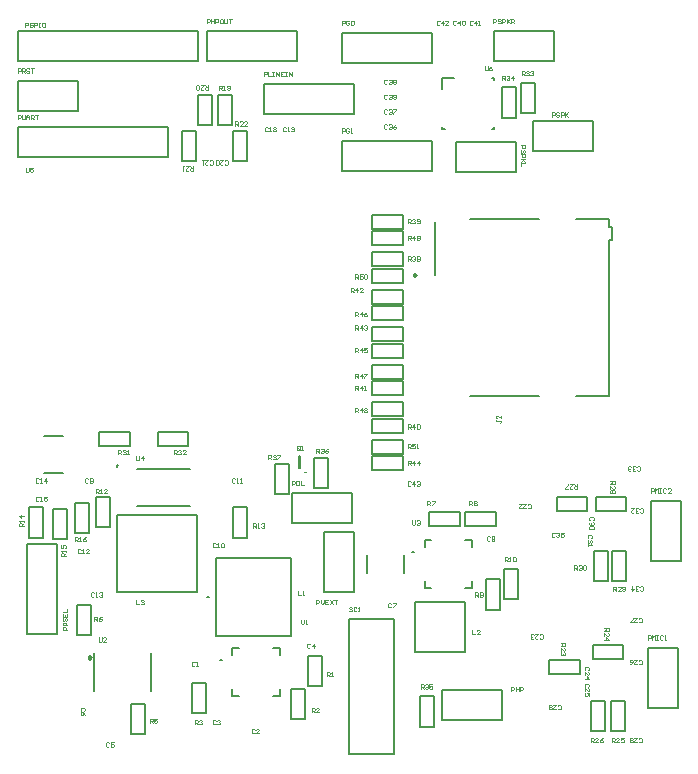
<source format=gto>
%FSTAX23Y23*%
%MOIN*%
%SFA1B1*%

%IPPOS*%
%ADD10C,0.009450*%
%ADD11C,0.004920*%
%ADD12C,0.009840*%
%ADD13C,0.007870*%
%ADD14C,0.005000*%
%ADD15C,0.003000*%
%LNsolears_v1-1*%
%LPD*%
G54D10*
X02342Y02657D02*
X02335Y02661D01*
Y02653*
X02342Y02657*
G54D11*
X01975Y02D02*
X0197D01*
X01975*
G54D12*
X01259Y01384D02*
X01252Y01388D01*
Y01379*
X01259Y01384*
G54D13*
X01652Y01585D02*
X01644D01*
X01652*
X02336Y01733D02*
X02328D01*
X02336*
X0135Y02022D02*
X01344Y02026D01*
Y02019*
X0135Y02022*
X01696Y01374D02*
X01688D01*
X01696*
X01103Y02121D02*
X01166D01*
X01103Y01998D02*
X01166D01*
X01615Y0337D02*
Y0347D01*
X01015Y0337D02*
Y0347D01*
X01615*
X01015Y0337D02*
X01615D01*
X02731Y0317D02*
X02931D01*
X02731Y0307D02*
Y0317D01*
Y0307D02*
X02931D01*
Y0317*
X02986Y02253D02*
Y02775D01*
X02877Y02253D02*
X02986D01*
X02522D02*
X02751D01*
X02405Y02657D02*
Y02834D01*
X02522Y02846D02*
X02751D01*
X02986Y02775D02*
X02996D01*
Y02818*
X02986D02*
X02996D01*
X02986D02*
Y02846D01*
X02877D02*
X02986D01*
X02135Y016D02*
Y018D01*
X02035D02*
X02135D01*
X02035Y016D02*
Y018D01*
Y016D02*
X02135D01*
X0243Y01275D02*
X0263D01*
X0243Y01175D02*
Y01275D01*
Y01175D02*
X0263D01*
Y01275*
X02476Y031D02*
X02676D01*
X02476Y03D02*
Y031D01*
Y03D02*
X02676D01*
Y031*
X0243Y03144D02*
X02438D01*
X0243D02*
Y03152D01*
X02594Y03144D02*
X02601D01*
Y03152*
Y03307D02*
Y03315D01*
X02594D02*
X02601D01*
X0243D02*
X02469D01*
X0243Y03277D02*
Y03315D01*
X01953Y02013D02*
X01956D01*
X01953Y02056D02*
X01956D01*
Y02013D02*
Y02056D01*
X01953Y02013D02*
Y02056D01*
X0127Y01272D02*
Y01397D01*
X01459Y01272D02*
Y01397D01*
X02301Y01663D02*
Y01726D01*
X02178Y01663D02*
Y01726D01*
X02338Y014D02*
X02507D01*
X02338D02*
Y01569D01*
X02507*
Y014D02*
Y01569D01*
X01346Y01601D02*
Y01859D01*
X01613*
Y01601D02*
Y01859D01*
X01346Y01601D02*
X01613D01*
X01045Y0146D02*
X01145D01*
X01045D02*
Y0176D01*
X01145*
Y0146D02*
Y0176D01*
X02096Y03465D02*
X02396D01*
X02096Y03365D02*
Y03465D01*
Y03365D02*
X02396D01*
Y03465*
X02801Y0337D02*
Y0347D01*
X02601Y0337D02*
X02801D01*
X02601D02*
Y0347D01*
X02801*
X01645Y0337D02*
X01945D01*
Y0347*
X01645D02*
X01945D01*
X01645Y0337D02*
Y0347D01*
X02096Y03105D02*
X02396D01*
X02096Y03005D02*
Y03105D01*
Y03005D02*
X02396D01*
Y03105*
X03115Y01215D02*
X03215D01*
X03115D02*
Y01415D01*
X03215*
Y01215D02*
Y01415D01*
X01835Y03295D02*
X02135D01*
X01835Y03195D02*
Y03295D01*
Y03195D02*
X02135D01*
Y03295*
X0193Y0183D02*
Y0193D01*
X0213*
Y0183D02*
Y0193D01*
X0193Y0183D02*
X0213D01*
X03125Y01705D02*
X03225D01*
X03125D02*
Y01905D01*
X03225*
Y01705D02*
Y01905D01*
X01515Y0305D02*
Y0315D01*
X01015Y0305D02*
X01515D01*
X01015Y0315D02*
X01515D01*
X01015Y0305D02*
Y0315D01*
Y03205D02*
Y03305D01*
X01215*
Y03205D02*
Y03305D01*
X01015Y03205D02*
X01215D01*
X0212Y0151D02*
X0227D01*
Y0106D02*
Y0151D01*
X0212Y0106D02*
X0227D01*
X0212D02*
Y0151D01*
G54D14*
X02623Y01542D02*
Y01643D01*
X02577Y01542D02*
Y01643D01*
Y01542D02*
X02623D01*
X02577Y01643D02*
X02623D01*
X01682Y03157D02*
Y03258D01*
X01728Y03157D02*
Y03258D01*
X01682D02*
X01728D01*
X01682Y03157D02*
X01728D01*
X03038Y01137D02*
Y01238D01*
X02992Y01137D02*
Y01238D01*
Y01137D02*
X03038D01*
X02992Y01238D02*
X03038D01*
X02973Y01137D02*
Y01238D01*
X02927Y01137D02*
Y01238D01*
Y01137D02*
X02973D01*
X02927Y01238D02*
X02973D01*
X03043Y01637D02*
Y01738D01*
X02997Y01637D02*
Y01738D01*
Y01637D02*
X03043D01*
X02997Y01738D02*
X03043D01*
X02983Y01637D02*
Y01738D01*
X02937Y01637D02*
Y01738D01*
Y01637D02*
X02983D01*
X02937Y01738D02*
X02983D01*
X02197Y02858D02*
X02298D01*
X02197Y02812D02*
X02298D01*
Y02858*
X02197Y02812D02*
Y02858D01*
Y02803D02*
X02298D01*
X02197Y02757D02*
X02298D01*
Y02803*
X02197Y02757D02*
Y02803D01*
Y02733D02*
X02298D01*
X02197Y02687D02*
X02298D01*
Y02733*
X02197Y02687D02*
Y02733D01*
Y02678D02*
X02298D01*
X02197Y02632D02*
X02298D01*
Y02678*
X02197Y02632D02*
Y02678D01*
Y02608D02*
X02298D01*
X02197Y02562D02*
X02298D01*
Y02608*
X02197Y02562D02*
Y02608D01*
Y02553D02*
X02298D01*
X02197Y02507D02*
X02298D01*
Y02553*
X02197Y02507D02*
Y02553D01*
Y02483D02*
X02298D01*
X02197Y02437D02*
X02298D01*
Y02483*
X02197Y02437D02*
Y02483D01*
Y02428D02*
X02298D01*
X02197Y02382D02*
X02298D01*
Y02428*
X02197Y02382D02*
Y02428D01*
Y02358D02*
X02298D01*
X02197Y02312D02*
X02298D01*
Y02358*
X02197Y02312D02*
Y02358D01*
Y02303D02*
X02298D01*
X02197Y02257D02*
X02298D01*
Y02303*
X02197Y02257D02*
Y02303D01*
Y02233D02*
X02298D01*
X02197Y02187D02*
X02298D01*
Y02233*
X02197Y02187D02*
Y02233D01*
Y02053D02*
X02298D01*
X02197Y02007D02*
X02298D01*
Y02053*
X02197Y02007D02*
Y02053D01*
Y02062D02*
X02298D01*
X02197Y02108D02*
X02298D01*
X02197Y02062D02*
Y02108D01*
X02298Y02062D02*
Y02108D01*
X02197Y02178D02*
X02298D01*
X02197Y02132D02*
X02298D01*
Y02178*
X02197Y02132D02*
Y02178D01*
X01287Y02087D02*
X01388D01*
X01287Y02133D02*
X01388D01*
X01287Y02087D02*
Y02133D01*
X01388Y02087D02*
Y02133D01*
X01482Y02087D02*
X01583D01*
X01482Y02133D02*
X01583D01*
X01482Y02087D02*
Y02133D01*
X01583Y02087D02*
Y02133D01*
X02812Y01918D02*
X02913D01*
X02812Y01872D02*
X02913D01*
Y01918*
X02812Y01872D02*
Y01918D01*
X02942D02*
X03043D01*
X02942Y01872D02*
X03043D01*
Y01918*
X02942Y01872D02*
Y01918D01*
X02932Y01423D02*
X03033D01*
X02932Y01377D02*
X03033D01*
Y01423*
X02932Y01377D02*
Y01423D01*
X02787Y01373D02*
X02888D01*
X02787Y01327D02*
X02888D01*
Y01373*
X02787Y01327D02*
Y01373D01*
X01778Y03037D02*
Y03138D01*
X01732Y03037D02*
Y03138D01*
Y03037D02*
X01778D01*
X01732Y03138D02*
X01778D01*
X01608Y03037D02*
Y03138D01*
X01562Y03037D02*
Y03138D01*
Y03037D02*
X01608D01*
X01562Y03138D02*
X01608D01*
X01663Y03157D02*
Y03258D01*
X01617Y03157D02*
Y03258D01*
Y03157D02*
X01663D01*
X01617Y03258D02*
X01663D01*
X01918Y01927D02*
Y02028D01*
X01872Y01927D02*
Y02028D01*
Y01927D02*
X01918D01*
X01872Y02028D02*
X01918D01*
X02048Y01947D02*
Y02048D01*
X02002Y01947D02*
Y02048D01*
Y01947D02*
X02048D01*
X02002Y02048D02*
X02048D01*
X01438Y01127D02*
Y01228D01*
X01392Y01127D02*
Y01228D01*
Y01127D02*
X01438D01*
X01392Y01228D02*
X01438D01*
X01925Y01455D02*
Y01714D01*
X01674Y01455D02*
X01925D01*
X01674Y01714D02*
X01925D01*
X01674Y01455D02*
Y01714D01*
X01258Y01457D02*
Y01558D01*
X01212Y01457D02*
Y01558D01*
Y01457D02*
X01258D01*
X01212Y01558D02*
X01258D01*
X02507Y01822D02*
X02608D01*
X02507Y01868D02*
X02608D01*
X02507Y01822D02*
Y01868D01*
X02608Y01822D02*
Y01868D01*
X02387Y01822D02*
X02488D01*
X02387Y01868D02*
X02488D01*
X02387Y01822D02*
Y01868D01*
X02488Y01822D02*
Y01868D01*
X02371Y01752D02*
Y01773D01*
Y01616D02*
Y01637D01*
X02528Y01752D02*
Y01773D01*
Y01616D02*
Y01637D01*
X02371Y01773D02*
X02392D01*
X02371Y01616D02*
X02392D01*
X02507Y01773D02*
X02528D01*
X02507Y01616D02*
X02528D01*
X01207Y01797D02*
Y01898D01*
X01253Y01797D02*
Y01898D01*
X01207D02*
X01253D01*
X01207Y01797D02*
X01253D01*
X01052Y01782D02*
Y01883D01*
X01098Y01782D02*
Y01883D01*
X01052D02*
X01098D01*
X01052Y01782D02*
X01098D01*
X01132Y01777D02*
Y01878D01*
X01178Y01777D02*
Y01878D01*
X01132D02*
X01178D01*
X01132Y01777D02*
X01178D01*
X01732Y01782D02*
Y01883D01*
X01778Y01782D02*
Y01883D01*
X01732D02*
X01778D01*
X01732Y01782D02*
X01778D01*
X01323Y01817D02*
Y01918D01*
X01277Y01817D02*
Y01918D01*
Y01817D02*
X01323D01*
X01277Y01918D02*
X01323D01*
X01411Y01888D02*
X01588D01*
X01411Y02011D02*
X01588D01*
X01729Y01392D02*
Y01415D01*
Y01254D02*
Y01277D01*
X0189Y01392D02*
Y01415D01*
Y01254D02*
Y01277D01*
X01729Y01415D02*
X01752D01*
X01729Y01254D02*
X01752D01*
X01867Y01415D02*
X0189D01*
X01867Y01254D02*
X0189D01*
X01597Y01197D02*
Y01298D01*
X01643Y01197D02*
Y01298D01*
X01597D02*
X01643D01*
X01597Y01197D02*
X01643D01*
X01982Y01287D02*
Y01388D01*
X02028Y01287D02*
Y01388D01*
X01982D02*
X02028D01*
X01982Y01287D02*
X02028D01*
X01973Y01177D02*
Y01278D01*
X01927Y01177D02*
Y01278D01*
Y01177D02*
X01973D01*
X01927Y01278D02*
X01973D01*
X02357Y01152D02*
Y01253D01*
X02403Y01152D02*
Y01253D01*
X02357D02*
X02403D01*
X02357Y01152D02*
X02403D01*
X02628Y03182D02*
Y03283D01*
X02674Y03182D02*
Y03283D01*
X02628D02*
X02674D01*
X02628Y03182D02*
X02674D01*
X02693Y03197D02*
Y03298D01*
X02739Y03197D02*
Y03298D01*
X02693D02*
X02739D01*
X02693Y03197D02*
X02739D01*
X02637Y01577D02*
Y01678D01*
X02683Y01577D02*
Y01678D01*
X02637D02*
X02683D01*
X02637Y01577D02*
X02683D01*
G54D15*
X01085Y01977D02*
X01082Y0198D01*
X01077*
X01075Y01977*
Y01967*
X01077Y01965*
X01082*
X01085Y01967*
X0109Y01965D02*
X01094D01*
X01092*
Y0198*
X0109Y01977*
X01109Y01965D02*
Y0198D01*
X01102Y01972*
X01112*
X0254Y01585D02*
Y016D01*
X02547*
X0255Y01597*
Y01592*
X02547Y0159*
X0254*
X02545D02*
X0255Y01585D01*
X02555Y01587D02*
X02557Y01585D01*
X02562*
X02564Y01587*
Y01597*
X02562Y016*
X02557*
X02555Y01597*
Y01595*
X02557Y01592*
X02564*
X01685Y03275D02*
Y03289D01*
X01692*
X01695Y03287*
Y03282*
X01692Y0328*
X01685*
X0169D02*
X01695Y03275D01*
X017D02*
X01704D01*
X01702*
Y03289*
X017Y03287*
X01712Y03277D02*
X01714Y03275D01*
X01719*
X01722Y03277*
Y03287*
X01719Y03289*
X01714*
X01712Y03287*
Y03285*
X01714Y03282*
X01722*
X02995Y011D02*
Y01115D01*
X03002*
X03005Y01112*
Y01107*
X03002Y01105*
X02995*
X03D02*
X03005Y011D01*
X03019D02*
X03009D01*
X03019Y0111*
Y01112*
X03017Y01115*
X03012*
X03009Y01112*
X03034Y01115D02*
X03024D01*
Y01107*
X03029Y0111*
X03032*
X03034Y01107*
Y01102*
X03032Y011*
X03027*
X03024Y01102*
X02925Y011D02*
Y01115D01*
X02932*
X02935Y01112*
Y01107*
X02932Y01105*
X02925*
X0293D02*
X02935Y011D01*
X02949D02*
X0294D01*
X02949Y0111*
Y01112*
X02947Y01115*
X02942*
X0294Y01112*
X02964Y01115D02*
X02959Y01112D01*
X02954Y01107*
Y01102*
X02957Y011*
X02962*
X02964Y01102*
Y01105*
X02962Y01107*
X02954*
X03Y01605D02*
Y01619D01*
X03007*
X0301Y01617*
Y01612*
X03007Y0161*
X03*
X03005D02*
X0301Y01605D01*
X03024D02*
X03015D01*
X03024Y01615*
Y01617*
X03022Y01619*
X03017*
X03015Y01617*
X03029Y01607D02*
X03032Y01605D01*
X03037*
X03039Y01607*
Y01617*
X03037Y01619*
X03032*
X03029Y01617*
Y01615*
X03032Y01612*
X03039*
X0287Y01675D02*
Y0169D01*
X02877*
X0288Y01687*
Y01682*
X02877Y0168*
X0287*
X02875D02*
X0288Y01675D01*
X02884Y01687D02*
X02887Y0169D01*
X02892*
X02894Y01687*
Y01685*
X02892Y01682*
X02889*
X02892*
X02894Y0168*
Y01677*
X02892Y01675*
X02887*
X02884Y01677*
X02899Y01687D02*
X02902Y0169D01*
X02907*
X02909Y01687*
Y01677*
X02907Y01675*
X02902*
X02899Y01677*
Y01687*
X02805Y01797D02*
X02802Y01799D01*
X02797*
X02795Y01797*
Y01787*
X02797Y01785*
X02802*
X02805Y01787*
X02809Y01797D02*
X02812Y01799D01*
X02817*
X02819Y01797*
Y01795*
X02817Y01792*
X02814*
X02817*
X02819Y0179*
Y01787*
X02817Y01785*
X02812*
X02809Y01787*
X02834Y01799D02*
X02824D01*
Y01792*
X02829Y01795*
X02832*
X02834Y01792*
Y01787*
X02832Y01785*
X02827*
X02824Y01787*
X02315Y0283D02*
Y02845D01*
X02322*
X02325Y02842*
Y02837*
X02322Y02835*
X02315*
X0232D02*
X02325Y0283D01*
X02329Y02842D02*
X02332Y02845D01*
X02337*
X02339Y02842*
Y0284*
X02337Y02837*
X02334*
X02337*
X02339Y02835*
Y02832*
X02337Y0283*
X02332*
X02329Y02832*
X02344D02*
X02347Y0283D01*
X02352*
X02354Y02832*
Y02842*
X02352Y02845*
X02347*
X02344Y02842*
Y0284*
X02347Y02837*
X02354*
X02315Y02775D02*
Y02789D01*
X02322*
X02325Y02787*
Y02782*
X02322Y0278*
X02315*
X0232D02*
X02325Y02775D01*
X02337D02*
Y02789D01*
X02329Y02782*
X02339*
X02344Y02777D02*
X02347Y02775D01*
X02352*
X02354Y02777*
Y02787*
X02352Y02789*
X02347*
X02344Y02787*
Y02785*
X02347Y02782*
X02354*
X02315Y02705D02*
Y0272D01*
X02322*
X02325Y02717*
Y02712*
X02322Y0271*
X02315*
X0232D02*
X02325Y02705D01*
X02329Y02717D02*
X02332Y0272D01*
X02337*
X02339Y02717*
Y02715*
X02337Y02712*
X02334*
X02337*
X02339Y0271*
Y02707*
X02337Y02705*
X02332*
X02329Y02707*
X02344Y02717D02*
X02347Y0272D01*
X02352*
X02354Y02717*
Y02715*
X02352Y02712*
X02354Y0271*
Y02707*
X02352Y02705*
X02347*
X02344Y02707*
Y0271*
X02347Y02712*
X02344Y02715*
Y02717*
X02347Y02712D02*
X02352D01*
X0214Y02645D02*
Y0266D01*
X02147*
X0215Y02657*
Y02652*
X02147Y0265*
X0214*
X02145D02*
X0215Y02645D01*
X02164Y0266D02*
X02154D01*
Y02652*
X02159Y02655*
X02162*
X02164Y02652*
Y02647*
X02162Y02645*
X02157*
X02154Y02647*
X02169Y02657D02*
X02172Y0266D01*
X02177*
X02179Y02657*
Y02647*
X02177Y02645*
X02172*
X02169Y02647*
Y02657*
X02125Y026D02*
Y02615D01*
X02132*
X02135Y02612*
Y02607*
X02132Y02605*
X02125*
X0213D02*
X02135Y026D01*
X02147D02*
Y02615D01*
X0214Y02607*
X02149*
X02164Y026D02*
X02154D01*
X02164Y0261*
Y02612*
X02162Y02615*
X02157*
X02154Y02612*
X0214Y0252D02*
Y02535D01*
X02147*
X0215Y02532*
Y02527*
X02147Y02525*
X0214*
X02145D02*
X0215Y0252D01*
X02162D02*
Y02535D01*
X02154Y02527*
X02164*
X02179Y02535D02*
X02174Y02532D01*
X02169Y02527*
Y02522*
X02172Y0252*
X02177*
X02179Y02522*
Y02525*
X02177Y02527*
X02169*
X0214Y02475D02*
Y0249D01*
X02147*
X0215Y02487*
Y02482*
X02147Y0248*
X0214*
X02145D02*
X0215Y02475D01*
X02162D02*
Y0249D01*
X02154Y02482*
X02164*
X02169Y02487D02*
X02172Y0249D01*
X02177*
X02179Y02487*
Y02485*
X02177Y02482*
X02174*
X02177*
X02179Y0248*
Y02477*
X02177Y02475*
X02172*
X02169Y02477*
X0214Y024D02*
Y02414D01*
X02147*
X0215Y02412*
Y02407*
X02147Y02405*
X0214*
X02145D02*
X0215Y024D01*
X02162D02*
Y02414D01*
X02154Y02407*
X02164*
X02179Y02414D02*
X02169D01*
Y02407*
X02174Y0241*
X02177*
X02179Y02407*
Y02402*
X02177Y024*
X02172*
X02169Y02402*
X0214Y02315D02*
Y02329D01*
X02147*
X0215Y02327*
Y02322*
X02147Y0232*
X0214*
X02145D02*
X0215Y02315D01*
X02162D02*
Y02329D01*
X02154Y02322*
X02164*
X02169Y02329D02*
X02179D01*
Y02327*
X02169Y02317*
Y02315*
X0214Y02275D02*
Y02289D01*
X02147*
X0215Y02287*
Y02282*
X02147Y0228*
X0214*
X02145D02*
X0215Y02275D01*
X02162D02*
Y02289D01*
X02154Y02282*
X02164*
X02169Y02275D02*
X02174D01*
X02172*
Y02289*
X02169Y02287*
X0214Y022D02*
Y02214D01*
X02147*
X0215Y02212*
Y02207*
X02147Y02205*
X0214*
X02145D02*
X0215Y022D01*
X02162D02*
Y02214D01*
X02154Y02207*
X02164*
X02169Y02212D02*
X02172Y02214D01*
X02177*
X02179Y02212*
Y0221*
X02177Y02207*
X02179Y02205*
Y02202*
X02177Y022*
X02172*
X02169Y02202*
Y02205*
X02172Y02207*
X02169Y0221*
Y02212*
X02172Y02207D02*
X02177D01*
X02325Y01967D02*
X02322Y0197D01*
X02317*
X02315Y01967*
Y01957*
X02317Y01955*
X02322*
X02325Y01957*
X02337Y01955D02*
Y0197D01*
X02329Y01962*
X02339*
X02344Y01967D02*
X02347Y0197D01*
X02352*
X02354Y01967*
Y01965*
X02352Y01962*
X02349*
X02352*
X02354Y0196*
Y01957*
X02352Y01955*
X02347*
X02344Y01957*
X02315Y02025D02*
Y02039D01*
X02322*
X02325Y02037*
Y02032*
X02322Y0203*
X02315*
X0232D02*
X02325Y02025D01*
X02337D02*
Y02039D01*
X02329Y02032*
X02339*
X02352Y02025D02*
Y02039D01*
X02344Y02032*
X02354*
X02315Y0208D02*
Y02095D01*
X02322*
X02325Y02092*
Y02087*
X02322Y02085*
X02315*
X0232D02*
X02325Y0208D01*
X02339Y02095D02*
X02329D01*
Y02087*
X02334Y0209*
X02337*
X02339Y02087*
Y02082*
X02337Y0208*
X02332*
X02329Y02082*
X02344Y0208D02*
X02349D01*
X02347*
Y02095*
X02344Y02092*
X02315Y02145D02*
Y0216D01*
X02322*
X02325Y02157*
Y02152*
X02322Y0215*
X02315*
X0232D02*
X02325Y02145D01*
X02337D02*
Y0216D01*
X02329Y02152*
X02339*
X02344Y02157D02*
X02347Y0216D01*
X02352*
X02354Y02157*
Y02147*
X02352Y02145*
X02347*
X02344Y02147*
Y02157*
X0104Y03485D02*
Y03499D01*
X01047*
X0105Y03497*
Y03492*
X01047Y0349*
X0104*
X01064Y03497D02*
X01062Y03499D01*
X01057*
X01054Y03497*
Y03487*
X01057Y03485*
X01062*
X01064Y03487*
Y03492*
X01059*
X01069Y03485D02*
Y03499D01*
X01077*
X01079Y03497*
Y03492*
X01077Y0349*
X01069*
X01084Y03499D02*
X01089D01*
X01087*
Y03485*
X01084*
X01089*
X01104Y03499D02*
X01099D01*
X01097Y03497*
Y03487*
X01099Y03485*
X01104*
X01107Y03487*
Y03497*
X01104Y03499*
X02795Y03185D02*
Y032D01*
X02802*
X02805Y03197*
Y03192*
X02802Y0319*
X02795*
X02819Y03197D02*
X02817Y032D01*
X02812*
X02809Y03197*
Y03195*
X02812Y03192*
X02817*
X02819Y0319*
Y03187*
X02817Y03185*
X02812*
X02809Y03187*
X02824Y03185D02*
Y032D01*
X02832*
X02834Y03197*
Y03192*
X02832Y0319*
X02824*
X02839Y032D02*
Y03185D01*
Y0319*
X02849Y032*
X02842Y03192*
X02849Y03185*
X0135Y0206D02*
Y02075D01*
X01357*
X0136Y02072*
Y02067*
X01357Y02065*
X0135*
X01355D02*
X0136Y0206D01*
X01365Y02072D02*
X01367Y02075D01*
X01372*
X01374Y02072*
Y0207*
X01372Y02067*
X01369*
X01372*
X01374Y02065*
Y02062*
X01372Y0206*
X01367*
X01365Y02062*
X01379Y0206D02*
X01384D01*
X01382*
Y02075*
X01379Y02072*
X01535Y0206D02*
Y02075D01*
X01542*
X01545Y02072*
Y02067*
X01542Y02065*
X01535*
X0154D02*
X01545Y0206D01*
X01549Y02072D02*
X01552Y02075D01*
X01557*
X01559Y02072*
Y0207*
X01557Y02067*
X01554*
X01557*
X01559Y02065*
Y02062*
X01557Y0206*
X01552*
X01549Y02062*
X01574Y0206D02*
X01564D01*
X01574Y0207*
Y02072*
X01572Y02075*
X01567*
X01564Y02072*
X0288Y0196D02*
Y01945D01*
X02872*
X0287Y01947*
Y01952*
X02872Y01955*
X0288*
X02875D02*
X0287Y0196D01*
X02855D02*
X02865D01*
X02855Y0195*
Y01947*
X02857Y01945*
X02862*
X02865Y01947*
X0285Y01945D02*
X0284D01*
Y01947*
X0285Y01957*
Y0196*
X0309Y01607D02*
X03092Y01605D01*
X03097*
X031Y01607*
Y01617*
X03097Y0162*
X03092*
X0309Y01617*
X03085Y01607D02*
X03082Y01605D01*
X03077*
X03075Y01607*
Y0161*
X03077Y01612*
X0308*
X03077*
X03075Y01615*
Y01617*
X03077Y0162*
X03082*
X03085Y01617*
X03062Y0162D02*
Y01605D01*
X0307Y01612*
X0306*
X0309Y01867D02*
X03092Y01865D01*
X03097*
X031Y01867*
Y01877*
X03097Y0188*
X03092*
X0309Y01877*
X03085Y01867D02*
X03082Y01865D01*
X03077*
X03075Y01867*
Y0187*
X03077Y01872*
X0308*
X03077*
X03075Y01875*
Y01877*
X03077Y0188*
X03082*
X03085Y01877*
X0306Y0188D02*
X0307D01*
X0306Y0187*
Y01867*
X03062Y01865*
X03067*
X0307Y01867*
X0308Y02007D02*
X03082Y02005D01*
X03087*
X0309Y02007*
Y02017*
X03087Y0202*
X03082*
X0308Y02017*
X03075Y02007D02*
X03072Y02005D01*
X03067*
X03065Y02007*
Y0201*
X03067Y02012*
X0307*
X03067*
X03065Y02015*
Y02017*
X03067Y0202*
X03072*
X03075Y02017*
X0306Y02007D02*
X03057Y02005D01*
X03052*
X0305Y02007*
Y0201*
X03052Y02012*
X03055*
X03052*
X0305Y02015*
Y02017*
X03052Y0202*
X03057*
X0306Y02017*
X02715Y01882D02*
X02717Y0188D01*
X02722*
X02725Y01882*
Y01892*
X02722Y01895*
X02717*
X02715Y01892*
X027Y01895D02*
X0271D01*
X027Y01885*
Y01882*
X02702Y0188*
X02707*
X0271Y01882*
X02685Y01895D02*
X02695D01*
X02685Y01885*
Y01882*
X02687Y0188*
X02692*
X02695Y01882*
X0299Y0197D02*
X03005D01*
Y01962*
X03002Y0196*
X02997*
X02995Y01962*
Y0197*
Y01965D02*
X0299Y0196D01*
Y01945D02*
Y01955D01*
X03Y01945*
X03002*
X03005Y01947*
Y01952*
X03002Y01955*
Y0194D02*
X03005Y01937D01*
Y01932*
X03002Y0193*
X03*
X02997Y01932*
X02995Y0193*
X02992*
X0299Y01932*
Y01937*
X02992Y0194*
X02995*
X02997Y01937*
X03Y0194*
X03002*
X02997Y01937D02*
Y01932D01*
X02927Y0178D02*
X0293Y01782D01*
Y01787*
X02927Y0179*
X02917*
X02915Y01787*
Y01782*
X02917Y0178*
X02927Y01775D02*
X0293Y01772D01*
Y01767*
X02927Y01765*
X02925*
X02922Y01767*
Y0177*
Y01767*
X0292Y01765*
X02917*
X02915Y01767*
Y01772*
X02917Y01775*
X02915Y0176D02*
Y01755D01*
Y01757*
X0293*
X02927Y0176*
X02932Y0184D02*
X02934Y01842D01*
Y01847*
X02932Y0185*
X02922*
X0292Y01847*
Y01842*
X02922Y0184*
X02932Y01835D02*
X02934Y01832D01*
Y01827*
X02932Y01825*
X0293*
X02927Y01827*
Y0183*
Y01827*
X02925Y01825*
X02922*
X0292Y01827*
Y01832*
X02922Y01835*
X02932Y0182D02*
X02934Y01817D01*
Y01812*
X02932Y0181*
X02922*
X0292Y01812*
Y01817*
X02922Y0182*
X02932*
X02815Y01212D02*
X02817Y0121D01*
X02822*
X02825Y01212*
Y01222*
X02822Y01225*
X02817*
X02815Y01222*
X028Y01225D02*
X0281D01*
X028Y01215*
Y01212*
X02802Y0121*
X02807*
X0281Y01212*
X02795Y01222D02*
X02792Y01225D01*
X02787*
X02785Y01222*
Y01212*
X02787Y0121*
X02792*
X02795Y01212*
Y01215*
X02792Y01217*
X02785*
X03085Y01502D02*
X03087Y015D01*
X03092*
X03095Y01502*
Y01512*
X03092Y01515*
X03087*
X03085Y01512*
X0307Y01515D02*
X0308D01*
X0307Y01505*
Y01502*
X03072Y015*
X03077*
X0308Y01502*
X03065Y015D02*
X03055D01*
Y01502*
X03065Y01512*
Y01515*
X02755Y01447D02*
X02757Y01445D01*
X02762*
X02765Y01447*
Y01457*
X02762Y0146*
X02757*
X02755Y01457*
X0274Y0146D02*
X0275D01*
X0274Y0145*
Y01447*
X02742Y01445*
X02747*
X0275Y01447*
X02735D02*
X02732Y01445D01*
X02727*
X02725Y01447*
Y0145*
X02727Y01452*
X0273*
X02727*
X02725Y01455*
Y01457*
X02727Y0146*
X02732*
X02735Y01457*
X02917Y01285D02*
X0292Y01287D01*
Y01292*
X02917Y01295*
X02907*
X02905Y01292*
Y01287*
X02907Y01285*
X02905Y0127D02*
Y0128D01*
X02915Y0127*
X02917*
X0292Y01272*
Y01277*
X02917Y0128*
X0292Y01255D02*
Y01265D01*
X02912*
X02915Y0126*
Y01257*
X02912Y01255*
X02907*
X02905Y01257*
Y01262*
X02907Y01265*
X02917Y0134D02*
X0292Y01342D01*
Y01347*
X02917Y0135*
X02907*
X02905Y01347*
Y01342*
X02907Y0134*
X02905Y01325D02*
Y01335D01*
X02915Y01325*
X02917*
X0292Y01327*
Y01332*
X02917Y01335*
X02905Y01312D02*
X0292D01*
X02912Y0132*
Y0131*
X0297Y0148D02*
X02984D01*
Y01472*
X02982Y0147*
X02977*
X02975Y01472*
Y0148*
Y01475D02*
X0297Y0147D01*
Y01455D02*
Y01465D01*
X0298Y01455*
X02982*
X02984Y01457*
Y01462*
X02982Y01465*
X0297Y01442D02*
X02984D01*
X02977Y0145*
Y0144*
X02825Y0143D02*
X02839D01*
Y01422*
X02837Y0142*
X02832*
X0283Y01422*
Y0143*
Y01425D02*
X02825Y0142D01*
Y01405D02*
Y01415D01*
X02835Y01405*
X02837*
X02839Y01407*
Y01412*
X02837Y01415*
Y014D02*
X02839Y01397D01*
Y01392*
X02837Y0139*
X02835*
X02832Y01392*
Y01395*
Y01392*
X0283Y0139*
X02827*
X02825Y01392*
Y01397*
X02827Y014*
X03085Y01362D02*
X03087Y0136D01*
X03092*
X03095Y01362*
Y01372*
X03092Y01375*
X03087*
X03085Y01372*
X0307Y01375D02*
X0308D01*
X0307Y01365*
Y01362*
X03072Y0136*
X03077*
X0308Y01362*
X03055Y0136D02*
X0306Y01362D01*
X03065Y01367*
Y01372*
X03062Y01375*
X03057*
X03055Y01372*
Y0137*
X03057Y01367*
X03065*
X03085Y01102D02*
X03087Y011D01*
X03092*
X03095Y01102*
Y01112*
X03092Y01115*
X03087*
X03085Y01112*
X0307Y01115D02*
X0308D01*
X0307Y01105*
Y01102*
X03072Y011*
X03077*
X0308Y01102*
X03065D02*
X03062Y011D01*
X03057*
X03055Y01102*
Y01105*
X03057Y01107*
X03055Y0111*
Y01112*
X03057Y01115*
X03062*
X03065Y01112*
Y0111*
X03062Y01107*
X03065Y01105*
Y01102*
X03062Y01107D02*
X03057D01*
X01085Y01917D02*
X01082Y01919D01*
X01077*
X01075Y01917*
Y01907*
X01077Y01905*
X01082*
X01085Y01907*
X0109Y01905D02*
X01094D01*
X01092*
Y01919*
X0109Y01917*
X01112Y01919D02*
X01102D01*
Y01912*
X01107Y01915*
X01109*
X01112Y01912*
Y01907*
X01109Y01905*
X01104*
X01102Y01907*
X0174Y03155D02*
Y0317D01*
X01747*
X0175Y03167*
Y03162*
X01747Y0316*
X0174*
X01745D02*
X0175Y03155D01*
X01764D02*
X01754D01*
X01764Y03165*
Y03167*
X01762Y0317*
X01757*
X01754Y03167*
X01779Y03155D02*
X01769D01*
X01779Y03165*
Y03167*
X01777Y0317*
X01772*
X01769Y03167*
X016Y0302D02*
Y03005D01*
X01592*
X0159Y03007*
Y03012*
X01592Y03015*
X016*
X01595D02*
X0159Y0302D01*
X01575D02*
X01585D01*
X01575Y0301*
Y03007*
X01577Y03005*
X01582*
X01585Y03007*
X0157Y0302D02*
X01565D01*
X01567*
Y03005*
X0157Y03007*
X0165Y0329D02*
Y03275D01*
X01642*
X0164Y03277*
Y03282*
X01642Y03285*
X0165*
X01645D02*
X0164Y0329D01*
X01625D02*
X01635D01*
X01625Y0328*
Y03277*
X01627Y03275*
X01632*
X01635Y03277*
X0162D02*
X01617Y03275D01*
X01612*
X0161Y03277*
Y03287*
X01612Y0329*
X01617*
X0162Y03287*
Y03277*
X01705Y03027D02*
X01707Y03025D01*
X01712*
X01715Y03027*
Y03037*
X01712Y0304*
X01707*
X01705Y03037*
X0169Y0304D02*
X017D01*
X0169Y0303*
Y03027*
X01692Y03025*
X01697*
X017Y03027*
X01685D02*
X01682Y03025D01*
X01677*
X01675Y03027*
Y03037*
X01677Y0304*
X01682*
X01685Y03037*
Y03027*
X01655D02*
X01657Y03025D01*
X01662*
X01665Y03027*
Y03037*
X01662Y0304*
X01657*
X01655Y03037*
X0164Y0304D02*
X0165D01*
X0164Y0303*
Y03027*
X01642Y03025*
X01647*
X0165Y03027*
X01635Y0304D02*
X0163D01*
X01632*
Y03025*
X01635Y03027*
X0261Y02175D02*
Y0217D01*
Y02172*
X02622*
X02625Y0217*
Y02167*
X02622Y02165*
X02625Y02189D02*
Y0218D01*
X02615Y02189*
X02612*
X0261Y02187*
Y02182*
X02612Y0218*
X0201Y0156D02*
Y01575D01*
X02017*
X0202Y01572*
Y01567*
X02017Y01565*
X0201*
X02025Y01575D02*
Y01565D01*
X02029Y0156*
X02034Y01565*
Y01575*
X02049D02*
X02039D01*
Y0156*
X02049*
X02039Y01567D02*
X02044D01*
X02054Y01575D02*
X02064Y0156D01*
Y01575D02*
X02054Y0156D01*
X02069Y01575D02*
X02079D01*
X02074*
Y0156*
X0185Y02045D02*
X0185Y02059D01*
X01858Y02059*
X0186Y02056*
X0186Y02051*
X01857Y02049*
X0185Y02049*
X01855Y02049D02*
X01859Y02044D01*
X01865Y02056D02*
X01868Y02059D01*
X01873Y02058*
X01875Y02056*
X01875Y02053*
X01872Y02051*
X0187Y02051*
X01872Y02051*
X01875Y02048*
X01875Y02046*
X01872Y02043*
X01867Y02044*
X01865Y02046*
X0188Y02058D02*
X0189Y02057D01*
X0189Y02055*
X0188Y02045*
X01879Y02043*
X0201Y02065D02*
Y02079D01*
X02017*
X0202Y02077*
Y02072*
X02017Y0207*
X0201*
X02015D02*
X0202Y02065D01*
X02025Y02077D02*
X02027Y02079D01*
X02032*
X02034Y02077*
Y02075*
X02032Y02072*
X02029*
X02032*
X02034Y0207*
Y02067*
X02032Y02065*
X02027*
X02025Y02067*
X02049Y02079D02*
X02044Y02077D01*
X02039Y02072*
Y02067*
X02042Y02065*
X02047*
X02049Y02067*
Y0207*
X02047Y02072*
X02039*
X0266Y0127D02*
Y01284D01*
X02667*
X0267Y01282*
Y01277*
X02667Y01275*
X0266*
X02674Y01284D02*
Y0127D01*
Y01277*
X02684*
Y01284*
Y0127*
X02689D02*
Y01284D01*
X02697*
X02699Y01282*
Y01277*
X02697Y01275*
X02689*
X02691Y0309D02*
X02706D01*
Y03082*
X02703Y0308*
X02698*
X02696Y03082*
Y0309*
X02703Y03065D02*
X02706Y03067D01*
Y03072*
X02703Y03075*
X02701*
X02698Y03072*
Y03067*
X02696Y03065*
X02693*
X02691Y03067*
Y03072*
X02693Y03075*
X02691Y0306D02*
X02706D01*
Y03052*
X02703Y0305*
X02698*
X02696Y03052*
Y0306*
X02706Y03045D02*
X02691D01*
X02696*
X02706Y03035*
X02698Y03042*
X02691Y03035*
X02706Y0303D02*
X02691D01*
Y0302*
X02571Y03355D02*
Y03342D01*
X02573Y0334*
X02578*
X02581Y03342*
Y03355*
X02596D02*
X02591Y03352D01*
X02586Y03347*
Y03342*
X02588Y0334*
X02593*
X02596Y03342*
Y03345*
X02593Y03347*
X02586*
X02246Y03257D02*
X02243Y03259D01*
X02238*
X02236Y03257*
Y03247*
X02238Y03245*
X02243*
X02246Y03247*
X02251Y03257D02*
X02253Y03259D01*
X02258*
X02261Y03257*
Y03255*
X02258Y03252*
X02256*
X02258*
X02261Y0325*
Y03247*
X02258Y03245*
X02253*
X02251Y03247*
X02266D02*
X02268Y03245D01*
X02273*
X02276Y03247*
Y03257*
X02273Y03259*
X02268*
X02266Y03257*
Y03255*
X02268Y03252*
X02276*
X02246Y03307D02*
X02243Y03309D01*
X02238*
X02236Y03307*
Y03297*
X02238Y03295*
X02243*
X02246Y03297*
X02251Y03307D02*
X02253Y03309D01*
X02258*
X02261Y03307*
Y03305*
X02258Y03302*
X02256*
X02258*
X02261Y033*
Y03297*
X02258Y03295*
X02253*
X02251Y03297*
X02266Y03307D02*
X02268Y03309D01*
X02273*
X02276Y03307*
Y03305*
X02273Y03302*
X02276Y033*
Y03297*
X02273Y03295*
X02268*
X02266Y03297*
Y033*
X02268Y03302*
X02266Y03305*
Y03307*
X02268Y03302D02*
X02273D01*
X02246Y03207D02*
X02243Y0321D01*
X02238*
X02236Y03207*
Y03197*
X02238Y03195*
X02243*
X02246Y03197*
X02251Y03207D02*
X02253Y0321D01*
X02258*
X02261Y03207*
Y03205*
X02258Y03202*
X02256*
X02258*
X02261Y032*
Y03197*
X02258Y03195*
X02253*
X02251Y03197*
X02266Y0321D02*
X02276D01*
Y03207*
X02266Y03197*
Y03195*
X02246Y03157D02*
X02243Y0316D01*
X02238*
X02236Y03157*
Y03147*
X02238Y03145*
X02243*
X02246Y03147*
X02251Y03157D02*
X02253Y0316D01*
X02258*
X02261Y03157*
Y03155*
X02258Y03152*
X02256*
X02258*
X02261Y0315*
Y03147*
X02258Y03145*
X02253*
X02251Y03147*
X02276Y0316D02*
X02271Y03157D01*
X02266Y03152*
Y03147*
X02268Y03145*
X02273*
X02276Y03147*
Y0315*
X02273Y03152*
X02266*
X01955Y02077D02*
Y02087D01*
X01952Y02089*
X01947*
X01945Y02087*
Y02077*
X01947Y02075*
X01952*
X0195Y0208D02*
X01955Y02075D01*
X01952D02*
X01955Y02077D01*
X0196Y02075D02*
X01964D01*
X01962*
Y02089*
X0196Y02087*
X01285Y0145D02*
Y01437D01*
X01287Y01435*
X01292*
X01295Y01437*
Y0145*
X01309Y01435D02*
X01299D01*
X01309Y01445*
Y01447*
X01307Y0145*
X01302*
X01299Y01447*
X01455Y01165D02*
Y01179D01*
X01462*
X01465Y01177*
Y01172*
X01462Y0117*
X01455*
X0146D02*
X01465Y01165D01*
X01479Y01179D02*
X0147D01*
Y01172*
X01474Y01175*
X01477*
X01479Y01172*
Y01167*
X01477Y01165*
X01472*
X0147Y01167*
X0195Y01605D02*
Y0159D01*
X0196*
X01965D02*
X01969D01*
X01967*
Y01605*
X01965Y01602*
X0127Y01505D02*
Y01519D01*
X01277*
X0128Y01517*
Y01512*
X01277Y0151*
X0127*
X01275D02*
X0128Y01505D01*
X01294Y01519D02*
X01289Y01517D01*
X01284Y01512*
Y01507*
X01287Y01505*
X01292*
X01294Y01507*
Y0151*
X01292Y01512*
X01284*
X01237Y01205D02*
X0124Y01207D01*
Y01212*
X01237Y01215*
X01227*
X01225Y01212*
Y01207*
X01227Y01205*
X0124Y0119D02*
X01237Y01195D01*
X01232Y012*
X01227*
X01225Y01197*
Y01192*
X01227Y0119*
X0123*
X01232Y01192*
Y012*
X0132Y01097D02*
X01317Y011D01*
X01312*
X0131Y01097*
Y01087*
X01312Y01085*
X01317*
X0132Y01087*
X01334Y011D02*
X01325D01*
Y01092*
X01329Y01095*
X01332*
X01334Y01092*
Y01087*
X01332Y01085*
X01327*
X01325Y01087*
X0226Y01562D02*
X02257Y01565D01*
X02252*
X0225Y01562*
Y01552*
X02252Y0155*
X02257*
X0226Y01552*
X02265Y01565D02*
X02274D01*
Y01562*
X02265Y01552*
Y0155*
X0252Y0189D02*
Y01904D01*
X02527*
X0253Y01902*
Y01897*
X02527Y01895*
X0252*
X02525D02*
X0253Y0189D01*
X02535Y01902D02*
X02537Y01904D01*
X02542*
X02544Y01902*
Y019*
X02542Y01897*
X02544Y01895*
Y01892*
X02542Y0189*
X02537*
X02535Y01892*
Y01895*
X02537Y01897*
X02535Y019*
Y01902*
X02537Y01897D02*
X02542D01*
X0238Y0189D02*
Y01904D01*
X02387*
X0239Y01902*
Y01897*
X02387Y01895*
X0238*
X02385D02*
X0239Y0189D01*
X02394Y01904D02*
X02404D01*
Y01902*
X02394Y01892*
Y0189*
X0233Y0184D02*
Y01827D01*
X02332Y01825*
X02337*
X0234Y01827*
Y0184*
X02345Y01837D02*
X02347Y0184D01*
X02352*
X02354Y01837*
Y01835*
X02352Y01832*
X02349*
X02352*
X02354Y0183*
Y01827*
X02352Y01825*
X02347*
X02345Y01827*
X0253Y01475D02*
Y0146D01*
X0254*
X02554D02*
X02545D01*
X02554Y0147*
Y01472*
X02552Y01475*
X02547*
X02545Y01472*
X01205Y0177D02*
Y01784D01*
X01212*
X01215Y01782*
Y01777*
X01212Y01775*
X01205*
X0121D02*
X01215Y0177D01*
X0122D02*
X01224D01*
X01222*
Y01784*
X0122Y01782*
X01242Y01784D02*
X01237Y01782D01*
X01232Y01777*
Y01772*
X01234Y0177*
X01239*
X01242Y01772*
Y01775*
X01239Y01777*
X01232*
X01035Y0182D02*
X0102D01*
Y01827*
X01022Y0183*
X01027*
X0103Y01827*
Y0182*
Y01825D02*
X01035Y0183D01*
Y01835D02*
Y01839D01*
Y01837*
X0102*
X01022Y01835*
X01035Y01854D02*
X0102D01*
X01027Y01847*
Y01857*
X01175Y0172D02*
X0116D01*
Y01727*
X01162Y0173*
X01167*
X0117Y01727*
Y0172*
Y01725D02*
X01175Y0173D01*
Y01735D02*
Y01739D01*
Y01737*
X0116*
X01162Y01735*
X0116Y01757D02*
Y01747D01*
X01167*
X01165Y01752*
Y01754*
X01167Y01757*
X01172*
X01175Y01754*
Y01749*
X01172Y01747*
X018Y01815D02*
Y0183D01*
X01807*
X0181Y01827*
Y01822*
X01807Y0182*
X018*
X01805D02*
X0181Y01815D01*
X01815D02*
X01819D01*
X01817*
Y0183*
X01815Y01827*
X01827D02*
X01829Y0183D01*
X01834*
X01837Y01827*
Y01825*
X01834Y01822*
X01832*
X01834*
X01837Y0182*
Y01817*
X01834Y01815*
X01829*
X01827Y01817*
X01275Y0193D02*
Y01945D01*
X01282*
X01285Y01942*
Y01937*
X01282Y01935*
X01275*
X0128D02*
X01285Y0193D01*
X01289D02*
X01294D01*
X01292*
Y01945*
X01289Y01942*
X01312Y0193D02*
X01302D01*
X01312Y0194*
Y01942*
X01309Y01945*
X01304*
X01302Y01942*
X0141Y01575D02*
Y0156D01*
X0142*
X01424Y01572D02*
X01427Y01575D01*
X01432*
X01434Y01572*
Y0157*
X01432Y01567*
X01429*
X01432*
X01434Y01565*
Y01562*
X01432Y0156*
X01427*
X01424Y01562*
X0127Y01597D02*
X01267Y016D01*
X01262*
X0126Y01597*
Y01587*
X01262Y01585*
X01267*
X0127Y01587*
X01274Y01585D02*
X01279D01*
X01277*
Y016*
X01274Y01597*
X01287D02*
X01289Y016D01*
X01294*
X01297Y01597*
Y01595*
X01294Y01592*
X01292*
X01294*
X01297Y0159*
Y01587*
X01294Y01585*
X01289*
X01287Y01587*
X01225Y01742D02*
X01222Y01744D01*
X01217*
X01215Y01742*
Y01732*
X01217Y0173*
X01222*
X01225Y01732*
X0123Y0173D02*
X01234D01*
X01232*
Y01744*
X0123Y01742*
X01252Y0173D02*
X01242D01*
X01252Y0174*
Y01742*
X01249Y01744*
X01244*
X01242Y01742*
X0174Y01977D02*
X01737Y0198D01*
X01732*
X0173Y01977*
Y01967*
X01732Y01965*
X01737*
X0174Y01967*
X01744Y01965D02*
X01749D01*
X01747*
Y0198*
X01744Y01977*
X01757Y01965D02*
X01762D01*
X01759*
Y0198*
X01757Y01977*
X01675Y01762D02*
X01672Y01764D01*
X01667*
X01665Y01762*
Y01752*
X01667Y0175*
X01672*
X01675Y01752*
X01679Y0175D02*
X01684D01*
X01682*
Y01764*
X01679Y01762*
X01692D02*
X01694Y01764D01*
X01699*
X01702Y01762*
Y01752*
X01699Y0175*
X01694*
X01692Y01752*
Y01762*
X0125Y01977D02*
X01247Y0198D01*
X01242*
X0124Y01977*
Y01967*
X01242Y01965*
X01247*
X0125Y01967*
X01254D02*
X01257Y01965D01*
X01262*
X01264Y01967*
Y01977*
X01262Y0198*
X01257*
X01254Y01977*
Y01975*
X01257Y01972*
X01264*
X0141Y02055D02*
Y02042D01*
X01412Y0204*
X01417*
X0142Y02042*
Y02055*
X01432Y0204D02*
Y02055D01*
X01424Y02047*
X01434*
X0118Y01475D02*
X01165D01*
Y01482*
X01167Y01485*
X01172*
X01175Y01482*
Y01475*
X0118Y0149D02*
X01165D01*
Y01497*
X01167Y01499*
X01172*
X01175Y01497*
Y0149*
X01167Y01514D02*
X01165Y01512D01*
Y01507*
X01167Y01504*
X0117*
X01172Y01507*
Y01512*
X01175Y01514*
X01177*
X0118Y01512*
Y01507*
X01177Y01504*
X01165Y01529D02*
Y01519D01*
X0118*
Y01529*
X01172Y01519D02*
Y01524D01*
X01165Y01534D02*
X0118D01*
Y01544*
X0199Y01427D02*
X01987Y01429D01*
X01982*
X0198Y01427*
Y01417*
X01982Y01415*
X01987*
X0199Y01417*
X02002Y01415D02*
Y01429D01*
X01994Y01422*
X02004*
X01675Y01172D02*
X01672Y01174D01*
X01667*
X01665Y01172*
Y01162*
X01667Y0116*
X01672*
X01675Y01162*
X01679Y01172D02*
X01682Y01174D01*
X01687*
X01689Y01172*
Y0117*
X01687Y01167*
X01684*
X01687*
X01689Y01165*
Y01162*
X01687Y0116*
X01682*
X01679Y01162*
X01605Y01367D02*
X01602Y01369D01*
X01597*
X01595Y01367*
Y01357*
X01597Y01355*
X01602*
X01605Y01357*
X0161Y01355D02*
X01614D01*
X01612*
Y01369*
X0161Y01367*
X01805Y01142D02*
X01802Y01144D01*
X01797*
X01795Y01142*
Y01132*
X01797Y0113*
X01802*
X01805Y01132*
X01819Y0113D02*
X0181D01*
X01819Y0114*
Y01142*
X01817Y01144*
X01812*
X0181Y01142*
X0196Y01509D02*
Y01497D01*
X01962Y01495*
X01967*
X0197Y01497*
Y01509*
X01975Y01495D02*
X01979D01*
X01977*
Y01509*
X01975Y01507*
X01605Y0116D02*
Y01174D01*
X01612*
X01615Y01172*
Y01167*
X01612Y01165*
X01605*
X0161D02*
X01615Y0116D01*
X01619Y01172D02*
X01622Y01174D01*
X01627*
X01629Y01172*
Y0117*
X01627Y01167*
X01624*
X01627*
X01629Y01165*
Y01162*
X01627Y0116*
X01622*
X01619Y01162*
X02045Y0132D02*
Y01335D01*
X02052*
X02055Y01332*
Y01327*
X02052Y01325*
X02045*
X0205D02*
X02055Y0132D01*
X02059D02*
X02064D01*
X02062*
Y01335*
X02059Y01332*
X01995Y012D02*
Y01215D01*
X02002*
X02005Y01212*
Y01207*
X02002Y01205*
X01995*
X02D02*
X02005Y012D01*
X02019D02*
X02009D01*
X02019Y0121*
Y01212*
X02017Y01215*
X02012*
X02009Y01212*
X02358Y01279D02*
Y01294D01*
X02365*
X02368Y01291*
Y01286*
X02365Y01284*
X02358*
X02363D02*
X02368Y01279D01*
X02372Y01291D02*
X02375Y01294D01*
X0238*
X02382Y01291*
Y01289*
X0238Y01286*
X02377*
X0238*
X02382Y01284*
Y01281*
X0238Y01279*
X02375*
X02372Y01281*
X02397Y01294D02*
X02387D01*
Y01286*
X02392Y01289*
X02395*
X02397Y01286*
Y01281*
X02395Y01279*
X0239*
X02387Y01281*
X02629Y03308D02*
Y03322D01*
X02636*
X02639Y0332*
Y03315*
X02636Y03313*
X02629*
X02634D02*
X02639Y03308D01*
X02644Y0332D02*
X02646Y03322D01*
X02651*
X02653Y0332*
Y03318*
X02651Y03315*
X02648*
X02651*
X02653Y03313*
Y0331*
X02651Y03308*
X02646*
X02644Y0331*
X02666Y03308D02*
Y03322D01*
X02658Y03315*
X02668*
X02694Y03324D02*
Y03338D01*
X02701*
X02704Y03336*
Y03331*
X02701Y03329*
X02694*
X02699D02*
X02704Y03324D01*
X02709Y03336D02*
X02711Y03338D01*
X02716*
X02718Y03336*
Y03334*
X02716Y03331*
X02713*
X02716*
X02718Y03329*
Y03326*
X02716Y03324*
X02711*
X02709Y03326*
X02723Y03336D02*
X02726Y03338D01*
X02731*
X02733Y03336*
Y03334*
X02731Y03331*
X02728*
X02731*
X02733Y03329*
Y03326*
X02731Y03324*
X02726*
X02723Y03326*
X01014Y03177D02*
Y03191D01*
X01021*
X01024Y03189*
Y03184*
X01021Y03182*
X01014*
X01029Y03191D02*
Y03179D01*
X01031Y03177*
X01036*
X01038Y03179*
Y03191*
X01043Y03177D02*
Y03187D01*
X01048Y03191*
X01053Y03187*
Y03177*
Y03184*
X01043*
X01058Y03177D02*
Y03191D01*
X01066*
X01068Y03189*
Y03184*
X01066Y03182*
X01058*
X01063D02*
X01068Y03177D01*
X01073Y03191D02*
X01083D01*
X01078*
Y03177*
X026Y03497D02*
Y03512D01*
X02607*
X0261Y03509*
Y03504*
X02607Y03502*
X026*
X02624Y03509D02*
X02622Y03512D01*
X02617*
X02615Y03509*
Y03507*
X02617Y03504*
X02622*
X02624Y03502*
Y03499*
X02622Y03497*
X02617*
X02615Y03499*
X02629Y03497D02*
Y03512D01*
X02637*
X02639Y03509*
Y03504*
X02637Y03502*
X02629*
X02644Y03512D02*
Y03497D01*
Y03502*
X02654Y03512*
X02647Y03504*
X02654Y03497*
X02659D02*
Y03512D01*
X02667*
X02669Y03509*
Y03504*
X02667Y03502*
X02659*
X02664D02*
X02669Y03497D01*
X01014Y03332D02*
Y03347D01*
X01021*
X01024Y03344*
Y03339*
X01021Y03337*
X01014*
X01029Y03332D02*
Y03347D01*
X01036*
X01038Y03344*
Y03339*
X01036Y03337*
X01029*
X01033D02*
X01038Y03332D01*
X01053Y03344D02*
X01051Y03347D01*
X01046*
X01043Y03344*
Y03342*
X01046Y03339*
X01051*
X01053Y03337*
Y03334*
X01051Y03332*
X01046*
X01043Y03334*
X01058Y03347D02*
X01068D01*
X01063*
Y03332*
X03124Y01932D02*
Y01947D01*
X03131*
X03134Y01944*
Y01939*
X03131Y01937*
X03124*
X03138Y01932D02*
Y01947D01*
X03143Y01942*
X03148Y01947*
Y01932*
X03153Y01947D02*
X03158D01*
X03156*
Y01932*
X03153*
X03158*
X03176Y01944D02*
X03173Y01947D01*
X03168*
X03166Y01944*
Y01934*
X03168Y01932*
X03173*
X03176Y01934*
X03191Y01932D02*
X03181D01*
X03191Y01942*
Y01944*
X03188Y01947*
X03183*
X03181Y01944*
X03114Y01442D02*
Y01457D01*
X03121*
X03124Y01454*
Y01449*
X03121Y01447*
X03114*
X03128Y01442D02*
Y01457D01*
X03133Y01452*
X03138Y01457*
Y01442*
X03143Y01457D02*
X03148D01*
X03146*
Y01442*
X03143*
X03148*
X03166Y01454D02*
X03163Y01457D01*
X03158*
X03156Y01454*
Y01444*
X03158Y01442*
X03163*
X03166Y01444*
X03171Y01442D02*
X03176D01*
X03173*
Y01457*
X03171Y01454*
X01834Y03322D02*
Y03336D01*
X01841*
X01844Y03334*
Y03329*
X01841Y03327*
X01834*
X01848Y03336D02*
Y03322D01*
X01858*
X01863Y03336D02*
X01868D01*
X01866*
Y03322*
X01863*
X01868*
X01876D02*
Y03336D01*
X01886Y03322*
Y03336*
X01901D02*
X01891D01*
Y03322*
X01901*
X01891Y03329D02*
X01896D01*
X01906Y03336D02*
X01911D01*
X01908*
Y03322*
X01906*
X01911*
X01918D02*
Y03336D01*
X01928Y03322*
Y03336*
X01644Y03497D02*
Y03512D01*
X01651*
X01654Y03509*
Y03504*
X01651Y03502*
X01644*
X01659Y03512D02*
Y03497D01*
Y03504*
X01668*
Y03512*
Y03497*
X01673D02*
Y03512D01*
X01681*
X01683Y03509*
Y03504*
X01681Y03502*
X01673*
X01696Y03512D02*
X01691D01*
X01688Y03509*
Y03499*
X01691Y03497*
X01696*
X01698Y03499*
Y03509*
X01696Y03512*
X01703D02*
Y03499D01*
X01706Y03497*
X01711*
X01713Y03499*
Y03512*
X01718D02*
X01728D01*
X01723*
Y03497*
X02095Y03132D02*
Y03147D01*
X02102*
X02105Y03144*
Y03139*
X02102Y03137*
X02095*
X02119Y03144D02*
X02117Y03147D01*
X02112*
X02109Y03144*
Y03134*
X02112Y03132*
X02117*
X02119Y03134*
Y03139*
X02114*
X02124Y03132D02*
X02129D01*
X02127*
Y03147*
X02124Y03144*
X02095Y03492D02*
Y03506D01*
X02102*
X02105Y03504*
Y03499*
X02102Y03497*
X02095*
X02119Y03504D02*
X02117Y03506D01*
X02112*
X02109Y03504*
Y03494*
X02112Y03492*
X02117*
X02119Y03494*
Y03499*
X02114*
X02124Y03504D02*
X02127Y03506D01*
X02132*
X02134Y03504*
Y03494*
X02132Y03492*
X02127*
X02124Y03494*
Y03504*
X01929Y01957D02*
Y01971D01*
X01936*
X01939Y01969*
Y01964*
X01936Y01962*
X01929*
X01943Y01971D02*
Y01957D01*
X01951*
X01953Y01959*
Y01969*
X01951Y01971*
X01943*
X01958D02*
Y01957D01*
X01968*
X02421Y03504D02*
X02418Y03506D01*
X02413*
X02411Y03504*
Y03494*
X02413Y03492*
X02418*
X02421Y03494*
X02433Y03492D02*
Y03506D01*
X02426Y03499*
X02435*
X0245Y03492D02*
X0244D01*
X0245Y03502*
Y03504*
X02448Y03506*
X02443*
X0244Y03504*
X02531D02*
X02528Y03506D01*
X02523*
X02521Y03504*
Y03494*
X02523Y03492*
X02528*
X02531Y03494*
X02543Y03492D02*
Y03506D01*
X02536Y03499*
X02545*
X0255Y03492D02*
X02555D01*
X02553*
Y03506*
X0255Y03504*
X02476D02*
X02473Y03506D01*
X02468*
X02466Y03504*
Y03494*
X02468Y03492*
X02473*
X02476Y03494*
X02488Y03492D02*
Y03506D01*
X0248Y03499*
X0249*
X02495Y03504D02*
X02498Y03506D01*
X02503*
X02505Y03504*
Y03494*
X02503Y03492*
X02498*
X02495Y03494*
Y03504*
X01909Y03149D02*
X01906Y03151D01*
X01901*
X01899Y03149*
Y03139*
X01901Y03137*
X01906*
X01909Y03139*
X01914Y03137D02*
X01918D01*
X01916*
Y03151*
X01914Y03149*
X01926Y03139D02*
X01928Y03137D01*
X01933*
X01936Y03139*
Y03149*
X01933Y03151*
X01928*
X01926Y03149*
Y03147*
X01928Y03144*
X01936*
X01849Y03149D02*
X01846Y03151D01*
X01841*
X01839Y03149*
Y03139*
X01841Y03137*
X01846*
X01849Y03139*
X01853Y03137D02*
X01858D01*
X01856*
Y03151*
X01853Y03149*
X01866D02*
X01868Y03151D01*
X01873*
X01876Y03149*
Y03147*
X01873Y03144*
X01876Y03142*
Y03139*
X01873Y03137*
X01868*
X01866Y03139*
Y03142*
X01868Y03144*
X01866Y03147*
Y03149*
X01868Y03144D02*
X01873D01*
X01041Y03016D02*
Y03003D01*
X01043Y03001*
X01048*
X01051Y03003*
Y03016*
X01065D02*
X01055D01*
Y03008*
X0106Y03011*
X01063*
X01065Y03008*
Y03003*
X01063Y03001*
X01058*
X01055Y03003*
X02129Y01549D02*
X02126Y01552D01*
X02121*
X02119Y01549*
Y01547*
X02121Y01544*
X02126*
X02129Y01542*
Y01539*
X02126Y01537*
X02121*
X02119Y01539*
X02143Y01549D02*
X02141Y01552D01*
X02136*
X02134Y01549*
Y01539*
X02136Y01537*
X02141*
X02143Y01539*
X02148Y01537D02*
X02153D01*
X02151*
Y01552*
X02148Y01549*
X02638Y01704D02*
Y01718D01*
X02645*
X02648Y01716*
Y01711*
X02645Y01709*
X02638*
X02643D02*
X02648Y01704D01*
X02653D02*
X02657D01*
X02655*
Y01718*
X02653Y01716*
X02665D02*
X02667Y01718D01*
X02672*
X02675Y01716*
Y01706*
X02672Y01704*
X02667*
X02665Y01706*
Y01716*
X02589Y01784D02*
X02586Y01787D01*
X02581*
X02579Y01784*
Y01774*
X02581Y01772*
X02586*
X02589Y01774*
X02594Y01784D02*
X02596Y01787D01*
X02601*
X02603Y01784*
Y01782*
X02601Y01779*
X02603Y01777*
Y01774*
X02601Y01772*
X02596*
X02594Y01774*
Y01777*
X02596Y01779*
X02594Y01782*
Y01784*
X02596Y01779D02*
X02601D01*
M02*
</source>
